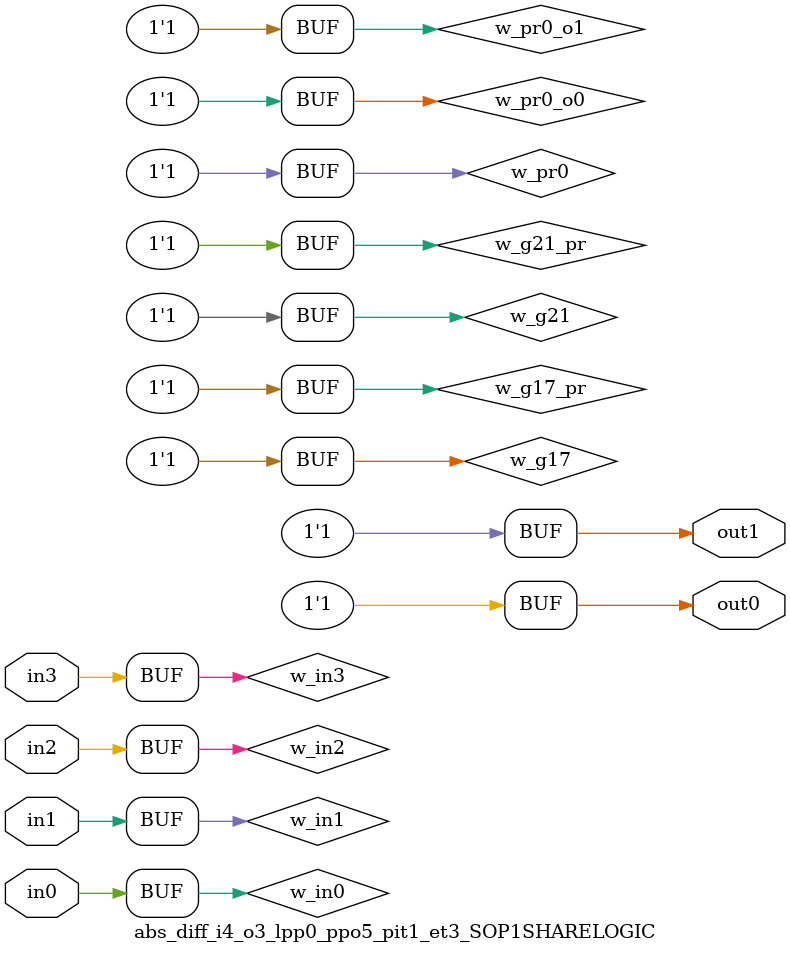
<source format=v>
module abs_diff_i4_o3_lpp0_ppo5_pit1_et3_SOP1SHARELOGIC (in0, in1, in2, in3, out0, out1);
// declaring inputs
input in0,  in1,  in2,  in3;
// declaring outputs
output out0,  out1;
// JSON model input
wire w_in3, w_in2, w_in1, w_in0;
// JSON model output
wire w_g17, w_g21;
//json model
wire w_g17_pr, w_g21_pr, w_pr0_o0, w_pr0_o1, w_pr0;
// JSON model input assign
assign w_in3 = in3;
assign w_in2 = in2;
assign w_in1 = in1;
assign w_in0 = in0;

//json model assigns (approximated Shared/XPAT part)
//assign literals to products
assign w_pr0 = 1;
//if a product has literals and if the product is being "activated" for that output
assign w_pr0_o0 = w_pr0 & 1;
assign w_pr0_o1 = w_pr0 & 1;
//compose an output with corresponding products (OR)
assign w_g17 = w_pr0_o0;
assign w_g21 = w_pr0_o1;
//if an output has products and if it is part of the JSON model
assign w_g17_pr = w_g17 & 1;
assign w_g21_pr = w_g21 & 1;
// output assigns
assign out0 = w_g17_pr;
assign out1 = w_g21_pr;
endmodule
</source>
